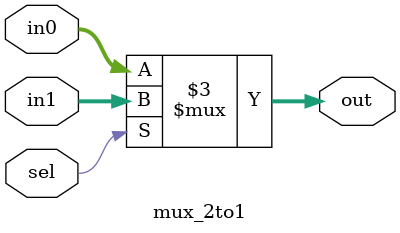
<source format=v>
module mux_2to1 (
    input  sel,
    input  [7:0] in0,
    input  [7:0] in1,
    output reg [7:0] out
);
always @(*) begin
    if (sel)
        out = in1;
    else
        out = in0;
end
endmodule 

</source>
